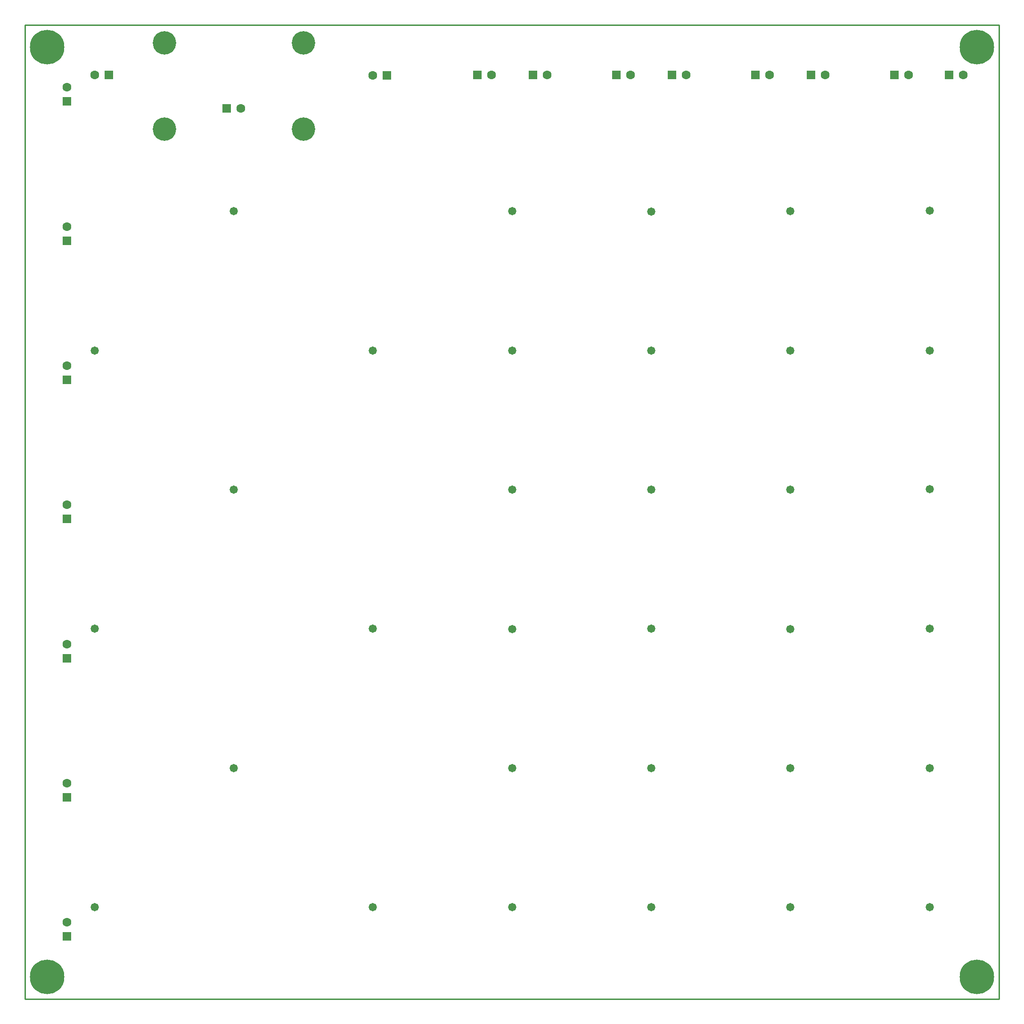
<source format=gbs>
G04*
G04 #@! TF.GenerationSoftware,Altium Limited,Altium Designer,20.0.13 (296)*
G04*
G04 Layer_Color=16711935*
%FSLAX44Y44*%
%MOMM*%
G71*
G01*
G75*
%ADD12C,0.2540*%
%ADD19C,1.6032*%
%ADD20R,1.6032X1.6032*%
%ADD21C,4.2032*%
%ADD22C,6.2032*%
%ADD23R,1.6032X1.6032*%
%ADD24C,1.4732*%
D12*
X0Y0D02*
X1750000D01*
X1750000Y1750000D02*
X1750000Y0D01*
X0D02*
Y1750000D01*
X1750000Y1750000D01*
D19*
X1685242Y1660000D02*
D03*
X75000Y1637700D02*
D03*
Y1387700D02*
D03*
Y1137700D02*
D03*
Y887700D02*
D03*
X125192Y1659730D02*
D03*
X625000Y1659431D02*
D03*
X1087700Y1660000D02*
D03*
X1587700D02*
D03*
X75000Y637700D02*
D03*
X837700Y1660000D02*
D03*
X1337700D02*
D03*
X387700Y1600000D02*
D03*
X937700Y1660000D02*
D03*
X75000Y137700D02*
D03*
X1437700Y1660000D02*
D03*
X1187700D02*
D03*
X75000Y387700D02*
D03*
D20*
X1659842Y1660000D02*
D03*
X150592Y1659730D02*
D03*
X650400Y1659431D02*
D03*
X1062300Y1660000D02*
D03*
X1562300D02*
D03*
X812300D02*
D03*
X1312300D02*
D03*
X362300Y1600000D02*
D03*
X912300Y1660000D02*
D03*
X1412300D02*
D03*
X1162300D02*
D03*
D21*
X500000Y1717500D02*
D03*
Y1562500D02*
D03*
X250000Y1717500D02*
D03*
Y1562500D02*
D03*
D22*
X1710000Y1710000D02*
D03*
Y40000D02*
D03*
X40000D02*
D03*
Y1710000D02*
D03*
D23*
X75000Y1612300D02*
D03*
Y1362300D02*
D03*
Y1112300D02*
D03*
Y862300D02*
D03*
Y612300D02*
D03*
Y112300D02*
D03*
Y362300D02*
D03*
D24*
X1125000Y665000D02*
D03*
X1374987Y1164664D02*
D03*
X1124839Y1414961D02*
D03*
X1625341Y1416270D02*
D03*
X874908Y1164795D02*
D03*
X1625000Y1165000D02*
D03*
X1375000Y1415000D02*
D03*
X1125000Y1165000D02*
D03*
X1375000Y915000D02*
D03*
X1625000Y915505D02*
D03*
X1124839Y914961D02*
D03*
X1374987Y664664D02*
D03*
X874908Y664795D02*
D03*
X1625000Y665000D02*
D03*
X1625159Y414897D02*
D03*
X1124839Y414961D02*
D03*
X1374987Y164664D02*
D03*
X874908Y164795D02*
D03*
X1625000Y165000D02*
D03*
X1375000Y415000D02*
D03*
X1125000Y165000D02*
D03*
X875000Y415000D02*
D03*
Y915000D02*
D03*
Y1415000D02*
D03*
X625000Y1165000D02*
D03*
Y665000D02*
D03*
Y165000D02*
D03*
X375000Y415000D02*
D03*
Y915000D02*
D03*
Y1415000D02*
D03*
X125000Y165000D02*
D03*
Y665000D02*
D03*
Y1165000D02*
D03*
M02*

</source>
